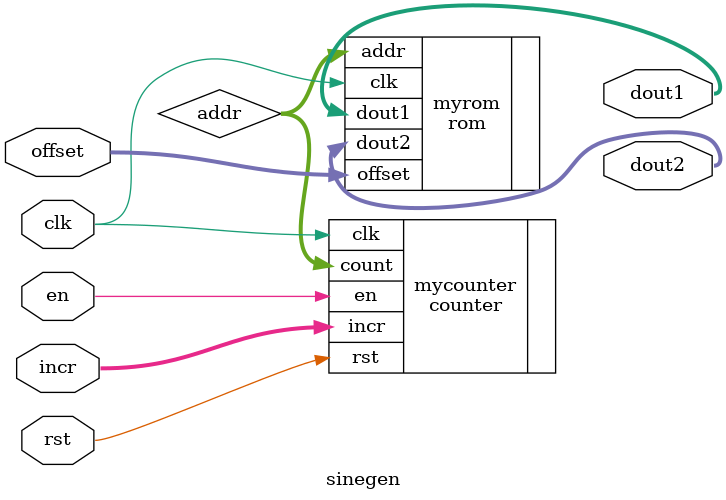
<source format=sv>
module sinegen #(
    parameter WIDTH = 8,
    ADDRESS_WIDTH = 8,
    DATA_WIDTH = 8
)(
    input logic         clk,
    input logic         rst,
    input logic         en,
    input logic [ADDRESS_WIDTH-1:0] offset,
    input logic         [WIDTH-1:0] incr,
    output logic       [DATA_WIDTH-1:0]   dout1,
    output logic       [DATA_WIDTH-1:0]   dout2
   
);
 
    logic  [ADDRESS_WIDTH-1:0]      addr;

counter mycounter(
  .clk (clk),
  .rst (rst),
  .en (en),
  .count (addr),
  .incr (incr)
);



rom myrom(
    .clk (clk),
    .addr (addr),
    .offset (offset),
    .dout1 (dout1),
    .dout2 (dout2)
);

endmodule




</source>
